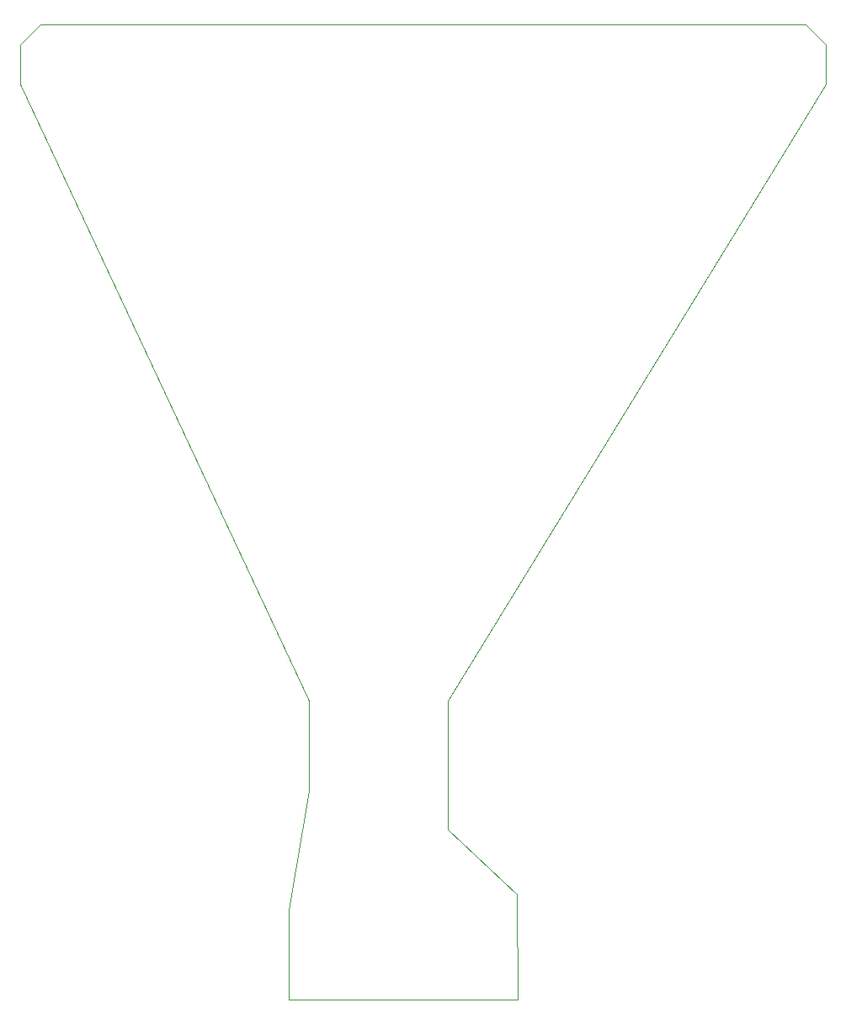
<source format=gm1>
G04 #@! TF.GenerationSoftware,KiCad,Pcbnew,9.0.1*
G04 #@! TF.CreationDate,2025-04-18T23:06:30-04:00*
G04 #@! TF.ProjectId,PCE_SCSI_Logic,5043455f-5343-4534-995f-4c6f6769632e,rev?*
G04 #@! TF.SameCoordinates,Original*
G04 #@! TF.FileFunction,Profile,NP*
%FSLAX46Y46*%
G04 Gerber Fmt 4.6, Leading zero omitted, Abs format (unit mm)*
G04 Created by KiCad (PCBNEW 9.0.1) date 2025-04-18 23:06:30*
%MOMM*%
%LPD*%
G01*
G04 APERTURE LIST*
G04 #@! TA.AperFunction,Profile*
%ADD10C,0.050000*%
G04 #@! TD*
G04 APERTURE END LIST*
D10*
X191000000Y-62000000D02*
X191000000Y-66000000D01*
X153000000Y-128000000D01*
X153000000Y-140950000D01*
X159950000Y-147450000D01*
X160000000Y-158000000D01*
X138000000Y-158000000D01*
X137000000Y-158000000D01*
X137000000Y-149000000D01*
X139000000Y-137000000D01*
X139000000Y-128000000D01*
X110000000Y-66000000D01*
X110000000Y-62000000D01*
X112000000Y-60000000D01*
X189000000Y-60000000D01*
X191000000Y-62000000D01*
M02*

</source>
